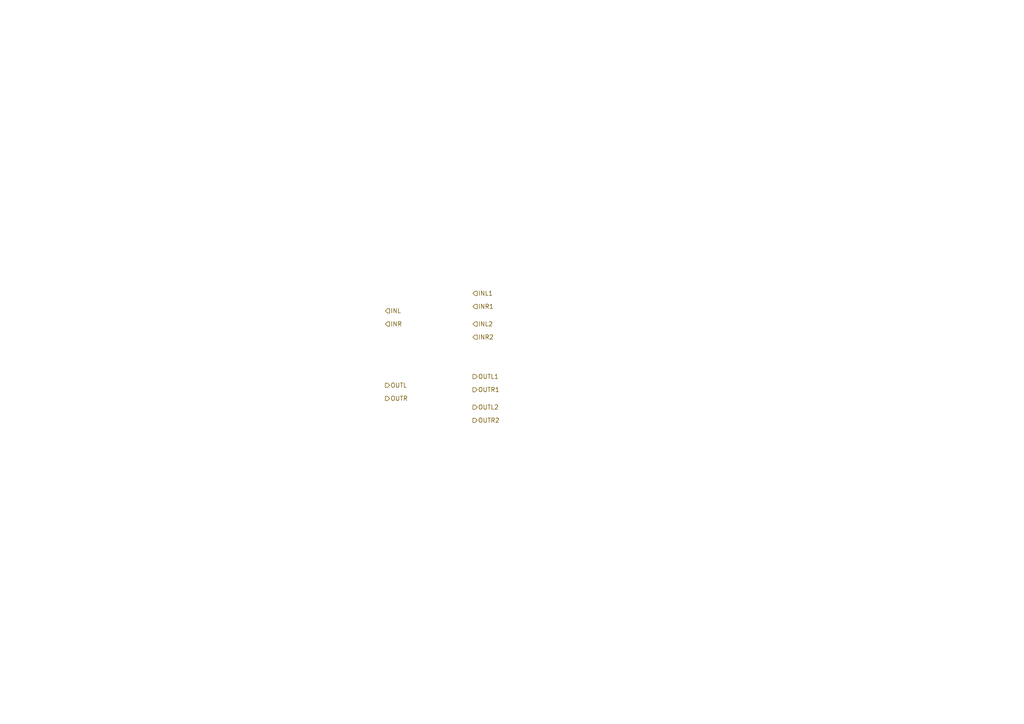
<source format=kicad_sch>
(kicad_sch (version 20211123) (generator eeschema)
  (paper "A4")
  (lib_symbols)
  (hierarchical_label "INL" (shape input) (at 111.76 90.17 0))
  (hierarchical_label "OUTL2" (shape output) (at 137.16 118.11 0))
  (hierarchical_label "INR2" (shape input) (at 137.16 97.79 0))
  (hierarchical_label "INR1" (shape input) (at 137.16 88.9 0))
  (hierarchical_label "INL2" (shape input) (at 137.16 93.98 0))
  (hierarchical_label "OUTR2" (shape output) (at 137.16 121.92 0))
  (hierarchical_label "INR" (shape input) (at 111.76 93.98 0))
  (hierarchical_label "INL1" (shape input) (at 137.16 85.09 0))
  (hierarchical_label "OUTR1" (shape output) (at 137.16 113.03 0))
  (hierarchical_label "OUTR" (shape output) (at 111.76 115.57 0))
  (hierarchical_label "OUTL" (shape output) (at 111.76 111.76 0))
  (hierarchical_label "OUTL1" (shape output) (at 137.16 109.22 0))
)
</source>
